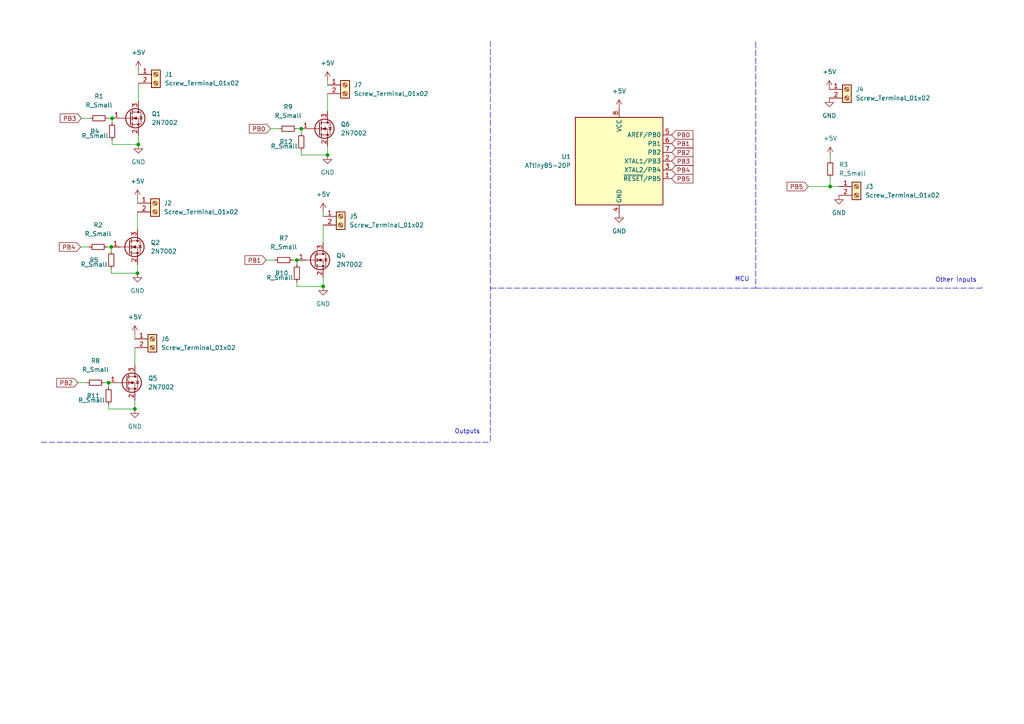
<source format=kicad_sch>
(kicad_sch (version 20211123) (generator eeschema)
  (paper "A4")
  (lib_symbols
    (symbol "Connector:Screw_Terminal_01x02" (pin_names (offset 1.016) hide)
      (property "Reference" "J" (at 0 2.54 0))
      (property "Value" "Screw_Terminal_01x02" (at 0 -5.08 0))
      (symbol "Screw_Terminal_01x02_1_1"
        (rectangle (start -1.27 1.27) (end 1.27 -3.81) (stroke (width 0.254)) (fill (type background)))
        (circle (center 0 -2.54) (radius 0.635) (stroke (width 0.1524)))
        (polyline (pts (xy -0.5334 -2.2098) (xy 0.3302 -3.048)) (stroke (width 0.1524)))
        (polyline (pts (xy -0.5334 0.3302) (xy 0.3302 -0.508)) (stroke (width 0.1524)))
        (polyline (pts (xy -0.3556 -2.032) (xy 0.508 -2.8702)) (stroke (width 0.1524)))
        (polyline (pts (xy -0.3556 0.508) (xy 0.508 -0.3302)) (stroke (width 0.1524)))
        (circle (center 0 0) (radius 0.635) (stroke (width 0.1524)))
        (pin passive line (at -5.08 0 0) (length 3.81) (name "Pin_1") (number "1"))
        (pin passive line (at -5.08 -2.54 0) (length 3.81) (name "Pin_2") (number "2"))
      )
    )
    (symbol "Device:R_Small" (pin_numbers hide) (pin_names (offset 0.254) hide)
      (property "Reference" "R" (at 0.762 0.508 0))
      (property "Value" "R_Small" (at 0.762 -1.016 0))
      (symbol "R_Small_0_1"
        (rectangle (start -0.762 1.778) (end 0.762 -1.778) (stroke (width 0.2032)))
      )
      (symbol "R_Small_1_1"
        (pin passive line (at 0 2.54 270) (length 0.762) (name "~") (number "1"))
        (pin passive line (at 0 -2.54 90) (length 0.762) (name "~") (number "2"))
      )
    )
    (symbol "MCU_Microchip_ATtiny:ATtiny85-20P"
      (property "Reference" "U" (at -12.7 13.97 0))
      (property "Value" "ATtiny85-20P" (at 2.54 -13.97 0))
      (symbol "ATtiny85-20P_0_1"
        (rectangle (start -12.7 -12.7) (end 12.7 12.7) (stroke (width 0.254)) (fill (type background)))
      )
      (symbol "ATtiny85-20P_1_1"
        (pin bidirectional line (at 15.24 -5.08 180) (length 2.54) (name "~{RESET}/PB5") (number "1"))
        (pin bidirectional line (at 15.24 0 180) (length 2.54) (name "XTAL1/PB3") (number "2"))
        (pin bidirectional line (at 15.24 -2.54 180) (length 2.54) (name "XTAL2/PB4") (number "3"))
        (pin power_in line (at 0 -15.24 90) (length 2.54) (name "GND") (number "4"))
        (pin bidirectional line (at 15.24 7.62 180) (length 2.54) (name "AREF/PB0") (number "5"))
        (pin bidirectional line (at 15.24 5.08 180) (length 2.54) (name "PB1") (number "6"))
        (pin bidirectional line (at 15.24 2.54 180) (length 2.54) (name "PB2") (number "7"))
        (pin power_in line (at 0 15.24 270) (length 2.54) (name "VCC") (number "8"))
      )
    )
    (symbol "Transistor_FET:2N7002" (pin_names hide)
      (property "Reference" "Q" (at 5.08 1.905 0))
      (property "Value" "2N7002" (at 5.08 0 0))
      (symbol "2N7002_0_1"
        (polyline (pts (xy 0.254 0) (xy -2.54 0)))
        (polyline (pts (xy 0.254 1.905) (xy 0.254 -1.905)) (stroke (width 0.254)))
        (polyline (pts (xy 0.762 -1.27) (xy 0.762 -2.286)) (stroke (width 0.254)))
        (polyline (pts (xy 0.762 0.508) (xy 0.762 -0.508)) (stroke (width 0.254)))
        (polyline (pts (xy 0.762 2.286) (xy 0.762 1.27)) (stroke (width 0.254)))
        (polyline (pts (xy 2.54 2.54) (xy 2.54 1.778)))
        (polyline (pts (xy 2.54 -2.54) (xy 2.54 0) (xy 0.762 0)))
        (polyline (pts (xy 0.762 -1.778) (xy 3.302 -1.778) (xy 3.302 1.778) (xy 0.762 1.778)))
        (polyline (pts (xy 1.016 0) (xy 2.032 0.381) (xy 2.032 -0.381) (xy 1.016 0)) (fill (type outline)))
        (polyline (pts (xy 2.794 0.508) (xy 2.921 0.381) (xy 3.683 0.381) (xy 3.81 0.254)))
        (polyline (pts (xy 3.302 0.381) (xy 2.921 -0.254) (xy 3.683 -0.254) (xy 3.302 0.381)))
        (circle (center 1.651 0) (radius 2.794) (stroke (width 0.254)))
        (circle (center 2.54 -1.778) (radius 0.254) (fill (type outline)))
        (circle (center 2.54 1.778) (radius 0.254) (fill (type outline)))
      )
      (symbol "2N7002_1_1"
        (pin input line (at -5.08 0 0) (length 2.54) (name "G") (number "1"))
        (pin passive line (at 2.54 -5.08 90) (length 2.54) (name "S") (number "2"))
        (pin passive line (at 2.54 5.08 270) (length 2.54) (name "D") (number "3"))
      )
    )
    (symbol "power:+5V" (power) (pin_names (offset 0))
      (property "Value" "+5V" (at 0 3.556 0))
      (symbol "+5V_0_1"
        (polyline (pts (xy -0.762 1.27) (xy 0 2.54)))
        (polyline (pts (xy 0 0) (xy 0 2.54)))
        (polyline (pts (xy 0 2.54) (xy 0.762 1.27)))
      )
      (symbol "+5V_1_1"
        (pin power_in line (at 0 0 90) (length 0) hide (name "+5V") (number "1"))
      )
    )
    (symbol "power:GND" (power) (pin_names (offset 0))
      (property "Value" "GND" (at 0 -3.81 0))
      (symbol "GND_0_1"
        (polyline (pts (xy 0 0) (xy 0 -1.27) (xy 1.27 -1.27) (xy 0 -2.54) (xy -1.27 -1.27) (xy 0 -1.27)))
      )
      (symbol "GND_1_1"
        (pin power_in line (at 0 0 270) (length 0) hide (name "GND") (number "1"))
      )
    )
  )
  (junction (at 94.996 44.958))
  (junction (at 32.512 34.29))
  (junction (at 93.726 83.058))
  (junction (at 86.106 75.438))
  (junction (at 240.792 54.102))
  (junction (at 87.376 37.338))
  (junction (at 39.878 79.248))
  (junction (at 40.132 41.91))
  (junction (at 32.258 71.628))
  (junction (at 31.496 110.998))
  (junction (at 39.116 118.618))
  (wire (pts (xy 32.258 79.248) (xy 32.258 77.978)))
  (wire (pts (xy 93.726 65.278) (xy 93.726 70.358)))
  (wire (pts (xy 87.376 44.958) (xy 87.376 43.688)))
  (wire (pts (xy 23.622 34.29) (xy 26.162 34.29)))
  (wire (pts (xy 77.216 75.438) (xy 79.756 75.438)))
  (polyline (pts (xy 219.202 12.192) (xy 219.202 83.566)))
  (wire (pts (xy 240.792 45.212) (xy 240.792 46.482)))
  (wire (pts (xy 39.116 100.838) (xy 39.116 105.918)))
  (wire (pts (xy 30.988 71.628) (xy 32.258 71.628)))
  (wire (pts (xy 30.226 110.998) (xy 31.496 110.998)))
  (wire (pts (xy 94.996 23.368) (xy 94.996 24.638)))
  (polyline (pts (xy 284.734 83.312) (xy 284.734 83.566)))
  (wire (pts (xy 78.486 37.338) (xy 81.026 37.338)))
  (wire (pts (xy 40.132 39.37) (xy 40.132 41.91)))
  (wire (pts (xy 39.878 61.468) (xy 39.878 66.548)))
  (wire (pts (xy 240.792 51.562) (xy 240.792 54.102)))
  (polyline (pts (xy 142.24 11.938) (xy 142.24 128.27)))
  (wire (pts (xy 32.258 71.628) (xy 32.258 72.898)))
  (wire (pts (xy 86.106 83.058) (xy 86.106 81.788)))
  (wire (pts (xy 93.726 83.058) (xy 86.106 83.058)))
  (wire (pts (xy 39.878 57.658) (xy 39.878 58.928)))
  (wire (pts (xy 39.116 118.618) (xy 31.496 118.618)))
  (wire (pts (xy 94.996 27.178) (xy 94.996 32.258)))
  (wire (pts (xy 94.996 42.418) (xy 94.996 44.958)))
  (wire (pts (xy 93.726 80.518) (xy 93.726 83.058)))
  (wire (pts (xy 40.132 24.13) (xy 40.132 29.21)))
  (wire (pts (xy 39.116 97.028) (xy 39.116 98.298)))
  (wire (pts (xy 31.496 118.618) (xy 31.496 117.348)))
  (polyline (pts (xy 219.202 83.566) (xy 284.734 83.566)))
  (polyline (pts (xy 142.24 83.566) (xy 219.202 83.566)))
  (wire (pts (xy 234.442 54.102) (xy 240.792 54.102)))
  (wire (pts (xy 32.512 34.29) (xy 32.512 35.56)))
  (wire (pts (xy 84.836 75.438) (xy 86.106 75.438)))
  (wire (pts (xy 93.726 61.468) (xy 93.726 62.738)))
  (wire (pts (xy 32.512 41.91) (xy 32.512 40.64)))
  (wire (pts (xy 39.878 79.248) (xy 32.258 79.248)))
  (wire (pts (xy 39.878 76.708) (xy 39.878 79.248)))
  (wire (pts (xy 40.132 41.91) (xy 32.512 41.91)))
  (wire (pts (xy 87.376 37.338) (xy 87.376 38.608)))
  (wire (pts (xy 86.106 37.338) (xy 87.376 37.338)))
  (wire (pts (xy 39.116 116.078) (xy 39.116 118.618)))
  (wire (pts (xy 94.996 44.958) (xy 87.376 44.958)))
  (wire (pts (xy 240.792 54.102) (xy 243.332 54.102)))
  (polyline (pts (xy 11.938 128.27) (xy 142.24 128.27)))
  (wire (pts (xy 31.242 34.29) (xy 32.512 34.29)))
  (wire (pts (xy 86.106 75.438) (xy 86.106 76.708)))
  (wire (pts (xy 22.606 110.998) (xy 25.146 110.998)))
  (wire (pts (xy 23.368 71.628) (xy 25.908 71.628)))
  (wire (pts (xy 31.496 110.998) (xy 31.496 112.268)))
  (wire (pts (xy 40.132 20.32) (xy 40.132 21.59)))
  (text "MCU" (at 213.106 81.788 0) (effects (font (size 1.27 1.27)) (justify left bottom)))
  (text "Other inputs" (at 271.272 82.042 0) (effects (font (size 1.27 1.27)) (justify left bottom)))
  (text "Outputs" (at 131.826 125.984 0) (effects (font (size 1.27 1.27)) (justify left bottom)))
  (global_label "PB1" (shape input) (at 77.216 75.438 180) (property "Intersheet References" "${INTERSHEET_REFS}" (effects hide)))
  (global_label "PB4" (shape input) (at 23.368 71.628 180) (property "Intersheet References" "${INTERSHEET_REFS}" (effects hide)))
  (global_label "PB5" (shape input) (at 234.442 54.102 180) (property "Intersheet References" "${INTERSHEET_REFS}" (effects hide)))
  (global_label "PB0" (shape input) (at 78.486 37.338 180) (property "Intersheet References" "${INTERSHEET_REFS}" (effects hide)))
  (global_label "PB3" (shape input) (at 23.622 34.29 180) (property "Intersheet References" "${INTERSHEET_REFS}" (effects hide)))
  (global_label "PB5" (shape input) (at 194.818 51.816 0) (property "Intersheet References" "${INTERSHEET_REFS}" (effects hide)))
  (global_label "PB4" (shape input) (at 194.818 49.276 0) (property "Intersheet References" "${INTERSHEET_REFS}" (effects hide)))
  (global_label "PB3" (shape input) (at 194.818 46.736 0) (property "Intersheet References" "${INTERSHEET_REFS}" (effects hide)))
  (global_label "PB2" (shape input) (at 194.818 44.196 0) (property "Intersheet References" "${INTERSHEET_REFS}" (effects hide)))
  (global_label "PB0" (shape input) (at 194.818 39.116 0) (property "Intersheet References" "${INTERSHEET_REFS}" (effects hide)))
  (global_label "PB1" (shape input) (at 194.818 41.656 0) (property "Intersheet References" "${INTERSHEET_REFS}" (effects hide)))
  (global_label "PB2" (shape input) (at 22.606 110.998 180) (property "Intersheet References" "${INTERSHEET_REFS}" (effects hide)))
  (symbol (lib_id "Connector:Screw_Terminal_01x02") (at 44.958 58.928 0) (unit 1)
    (property "Reference" "J2" (at 47.498 58.9279 0) (effects (justify left)))
    (property "Value" "Screw_Terminal_01x02" (at 47.498 61.4679 0) (effects (justify left)))
    (property "Footprint" "TerminalBlock:TerminalBlock_Altech_AK300-2_P5.00mm" (effects hide))
  )
  (symbol (lib_id "Device:R_Small") (at 87.376 41.148 180) (unit 1)
    (property "Reference" "R12" (at 81.026 41.148 0) (effects (justify right)))
    (property "Value" "R_Small" (at 78.486 42.418 0) (effects (justify right)))
    (property "Footprint" "Resistor_SMD:R_0805_2012Metric" (effects hide))
  )
  (symbol (lib_id "Connector:Screw_Terminal_01x02") (at 248.412 54.102 0) (unit 1)
    (property "Reference" "J3" (at 250.952 54.1019 0) (effects (justify left)))
    (property "Value" "Screw_Terminal_01x02" (at 250.952 56.6419 0) (effects (justify left)))
    (property "Footprint" "TerminalBlock:TerminalBlock_Altech_AK300-2_P5.00mm" (effects hide))
  )
  (symbol (lib_id "Device:R_Small") (at 27.686 110.998 90) (unit 1)
    (property "Reference" "R8" (at 27.686 104.648 90))
    (property "Value" "R_Small" (at 27.686 107.188 90))
    (property "Footprint" "Resistor_SMD:R_0805_2012Metric" (effects hide))
  )
  (symbol (lib_id "Device:R_Small") (at 32.258 75.438 180) (unit 1)
    (property "Reference" "R5" (at 25.908 75.438 0) (effects (justify right)))
    (property "Value" "R_Small" (at 23.368 76.708 0) (effects (justify right)))
    (property "Footprint" "Resistor_SMD:R_0805_2012Metric" (effects hide))
  )
  (symbol (lib_id "Device:R_Small") (at 82.296 75.438 90) (unit 1)
    (property "Reference" "R7" (at 82.296 69.088 90))
    (property "Value" "R_Small" (at 82.296 71.628 90))
    (property "Footprint" "Resistor_SMD:R_0805_2012Metric" (effects hide))
  )
  (symbol (lib_id "Connector:Screw_Terminal_01x02") (at 45.212 21.59 0) (unit 1)
    (property "Reference" "J1" (at 47.752 21.5899 0) (effects (justify left)))
    (property "Value" "Screw_Terminal_01x02" (at 47.752 24.1299 0) (effects (justify left)))
    (property "Footprint" "TerminalBlock:TerminalBlock_Altech_AK300-2_P5.00mm" (effects hide))
  )
  (symbol (lib_id "power:+5V") (at 40.132 20.32 0) (unit 1)
    (property "Reference" "#PWR0115" (effects hide))
    (property "Value" "+5V" (at 40.132 15.24 0))
  )
  (symbol (lib_id "MCU_Microchip_ATtiny:ATtiny85-20P") (at 179.578 46.736 0) (unit 1)
    (property "Reference" "U1" (at 165.608 45.4659 0) (effects (justify right)))
    (property "Value" "ATtiny85-20P" (at 165.608 48.0059 0) (effects (justify right)))
    (property "Footprint" "Package_DIP:DIP-8_W7.62mm" (effects hide))
    (property "Datasheet" "http://ww1.microchip.com/downloads/en/DeviceDoc/atmel-2586-avr-8-bit-microcontroller-attiny25-attiny45-attiny85_datasheet.pdf" (effects hide))
  )
  (symbol (lib_id "Connector:Screw_Terminal_01x02") (at 245.618 25.908 0) (unit 1)
    (property "Reference" "J4" (at 248.158 25.9079 0) (effects (justify left)))
    (property "Value" "Screw_Terminal_01x02" (at 248.158 28.4479 0) (effects (justify left)))
    (property "Footprint" "TerminalBlock:TerminalBlock_Altech_AK300-2_P5.00mm" (effects hide))
  )
  (symbol (lib_id "Device:R_Small") (at 240.792 49.022 180) (unit 1)
    (property "Reference" "R3" (at 243.332 47.7519 0) (effects (justify right)))
    (property "Value" "R_Small" (at 243.332 50.2919 0) (effects (justify right)))
    (property "Footprint" "Resistor_SMD:R_0805_2012Metric" (effects hide))
  )
  (symbol (lib_id "Device:R_Small") (at 83.566 37.338 90) (unit 1)
    (property "Reference" "R9" (at 83.566 30.988 90))
    (property "Value" "R_Small" (at 83.566 33.528 90))
    (property "Footprint" "Resistor_SMD:R_0805_2012Metric" (effects hide))
  )
  (symbol (lib_id "power:GND") (at 240.538 28.448 0) (unit 1)
    (property "Reference" "#PWR0107" (effects hide))
    (property "Value" "GND" (at 240.538 33.528 0))
  )
  (symbol (lib_id "Transistor_FET:2N7002") (at 91.186 75.438 0) (unit 1)
    (property "Reference" "Q4" (at 97.536 74.1679 0) (effects (justify left)))
    (property "Value" "2N7002" (at 97.536 76.7079 0) (effects (justify left)))
    (property "Footprint" "Package_TO_SOT_SMD:SOT-23" (effects hide))
    (property "Datasheet" "https://www.onsemi.com/pub/Collateral/NDS7002A-D.PDF" (effects hide))
  )
  (symbol (lib_id "power:GND") (at 39.878 79.248 0) (unit 1)
    (property "Reference" "#PWR0101" (effects hide))
    (property "Value" "GND" (at 39.878 84.328 0))
  )
  (symbol (lib_id "power:GND") (at 94.996 44.958 0) (unit 1)
    (property "Reference" "#PWR0109" (effects hide))
    (property "Value" "GND" (at 94.996 50.038 0))
  )
  (symbol (lib_id "Device:R_Small") (at 28.448 71.628 90) (unit 1)
    (property "Reference" "R2" (at 28.448 65.278 90))
    (property "Value" "R_Small" (at 28.448 67.818 90))
    (property "Footprint" "Resistor_SMD:R_0805_2012Metric" (effects hide))
  )
  (symbol (lib_id "power:GND") (at 39.116 118.618 0) (unit 1)
    (property "Reference" "#PWR0111" (effects hide))
    (property "Value" "GND" (at 39.116 123.698 0))
  )
  (symbol (lib_id "Transistor_FET:2N7002") (at 37.592 34.29 0) (unit 1)
    (property "Reference" "Q1" (at 43.942 33.0199 0) (effects (justify left)))
    (property "Value" "2N7002" (at 43.942 35.5599 0) (effects (justify left)))
    (property "Footprint" "Package_TO_SOT_SMD:SOT-23" (effects hide))
    (property "Datasheet" "https://www.onsemi.com/pub/Collateral/NDS7002A-D.PDF" (effects hide))
  )
  (symbol (lib_id "Device:R_Small") (at 31.496 114.808 180) (unit 1)
    (property "Reference" "R11" (at 25.146 114.808 0) (effects (justify right)))
    (property "Value" "R_Small" (at 22.606 116.078 0) (effects (justify right)))
    (property "Footprint" "Resistor_SMD:R_0805_2012Metric" (effects hide))
  )
  (symbol (lib_id "Transistor_FET:2N7002") (at 37.338 71.628 0) (unit 1)
    (property "Reference" "Q2" (at 43.688 70.3579 0) (effects (justify left)))
    (property "Value" "2N7002" (at 43.688 72.8979 0) (effects (justify left)))
    (property "Footprint" "Package_TO_SOT_SMD:SOT-23" (effects hide))
    (property "Datasheet" "https://www.onsemi.com/pub/Collateral/NDS7002A-D.PDF" (effects hide))
  )
  (symbol (lib_id "Device:R_Small") (at 86.106 79.248 180) (unit 1)
    (property "Reference" "R10" (at 79.756 79.248 0) (effects (justify right)))
    (property "Value" "R_Small" (at 77.216 80.518 0) (effects (justify right)))
    (property "Footprint" "Resistor_SMD:R_0805_2012Metric" (effects hide))
  )
  (symbol (lib_id "power:GND") (at 243.332 56.642 0) (unit 1)
    (property "Reference" "#PWR0102" (effects hide))
    (property "Value" "GND" (at 243.332 61.722 0))
  )
  (symbol (lib_id "Transistor_FET:2N7002") (at 92.456 37.338 0) (unit 1)
    (property "Reference" "Q6" (at 98.806 36.0679 0) (effects (justify left)))
    (property "Value" "2N7002" (at 98.806 38.6079 0) (effects (justify left)))
    (property "Footprint" "Package_TO_SOT_SMD:SOT-23" (effects hide))
    (property "Datasheet" "https://www.onsemi.com/pub/Collateral/NDS7002A-D.PDF" (effects hide))
  )
  (symbol (lib_id "Transistor_FET:2N7002") (at 36.576 110.998 0) (unit 1)
    (property "Reference" "Q5" (at 42.926 109.7279 0) (effects (justify left)))
    (property "Value" "2N7002" (at 42.926 112.2679 0) (effects (justify left)))
    (property "Footprint" "Package_TO_SOT_SMD:SOT-23" (effects hide))
    (property "Datasheet" "https://www.onsemi.com/pub/Collateral/NDS7002A-D.PDF" (effects hide))
  )
  (symbol (lib_id "power:+5V") (at 93.726 61.468 0) (unit 1)
    (property "Reference" "#PWR0110" (effects hide))
    (property "Value" "+5V" (at 93.726 56.388 0))
  )
  (symbol (lib_id "power:+5V") (at 39.116 97.028 0) (unit 1)
    (property "Reference" "#PWR0112" (effects hide))
    (property "Value" "+5V" (at 39.116 91.948 0))
  )
  (symbol (lib_id "power:+5V") (at 39.878 57.658 0) (unit 1)
    (property "Reference" "#PWR0116" (effects hide))
    (property "Value" "+5V" (at 39.878 52.578 0))
  )
  (symbol (lib_id "power:+5V") (at 240.538 25.908 0) (unit 1)
    (property "Reference" "#PWR0106" (effects hide))
    (property "Value" "+5V" (at 240.538 20.828 0))
  )
  (symbol (lib_id "power:+5V") (at 179.578 31.496 0) (unit 1)
    (property "Reference" "#PWR0105" (effects hide))
    (property "Value" "+5V" (at 179.578 26.416 0))
  )
  (symbol (lib_id "power:GND") (at 40.132 41.91 0) (unit 1)
    (property "Reference" "#PWR0114" (effects hide))
    (property "Value" "GND" (at 40.132 46.99 0))
  )
  (symbol (lib_id "power:+5V") (at 240.792 45.212 0) (unit 1)
    (property "Reference" "#PWR0103" (effects hide))
    (property "Value" "+5V" (at 240.792 40.132 0))
  )
  (symbol (lib_id "Connector:Screw_Terminal_01x02") (at 100.076 24.638 0) (unit 1)
    (property "Reference" "J7" (at 102.616 24.6379 0) (effects (justify left)))
    (property "Value" "Screw_Terminal_01x02" (at 102.616 27.1779 0) (effects (justify left)))
    (property "Footprint" "TerminalBlock:TerminalBlock_Altech_AK300-2_P5.00mm" (effects hide))
  )
  (symbol (lib_id "power:GND") (at 93.726 83.058 0) (unit 1)
    (property "Reference" "#PWR0113" (effects hide))
    (property "Value" "GND" (at 93.726 88.138 0))
  )
  (symbol (lib_id "Device:R_Small") (at 32.512 38.1 180) (unit 1)
    (property "Reference" "R4" (at 26.162 38.1 0) (effects (justify right)))
    (property "Value" "R_Small" (at 23.622 39.37 0) (effects (justify right)))
    (property "Footprint" "Resistor_SMD:R_0805_2012Metric" (effects hide))
  )
  (symbol (lib_id "Connector:Screw_Terminal_01x02") (at 98.806 62.738 0) (unit 1)
    (property "Reference" "J5" (at 101.346 62.7379 0) (effects (justify left)))
    (property "Value" "Screw_Terminal_01x02" (at 101.346 65.2779 0) (effects (justify left)))
    (property "Footprint" "TerminalBlock:TerminalBlock_Altech_AK300-2_P5.00mm" (effects hide))
  )
  (symbol (lib_id "power:+5V") (at 94.996 23.368 0) (unit 1)
    (property "Reference" "#PWR0104" (effects hide))
    (property "Value" "+5V" (at 94.996 18.288 0))
  )
  (symbol (lib_id "Device:R_Small") (at 28.702 34.29 90) (unit 1)
    (property "Reference" "R1" (at 28.702 27.94 90))
    (property "Value" "R_Small" (at 28.702 30.48 90))
    (property "Footprint" "Resistor_SMD:R_0805_2012Metric" (effects hide))
  )
  (symbol (lib_id "Connector:Screw_Terminal_01x02") (at 44.196 98.298 0) (unit 1)
    (property "Reference" "J6" (at 46.736 98.2979 0) (effects (justify left)))
    (property "Value" "Screw_Terminal_01x02" (at 46.736 100.8379 0) (effects (justify left)))
    (property "Footprint" "TerminalBlock:TerminalBlock_Altech_AK300-2_P5.00mm" (effects hide))
  )
  (symbol (lib_id "power:GND") (at 179.578 61.976 0) (unit 1)
    (property "Reference" "#PWR0108" (effects hide))
    (property "Value" "GND" (at 179.578 67.056 0))
  )
)
</source>
